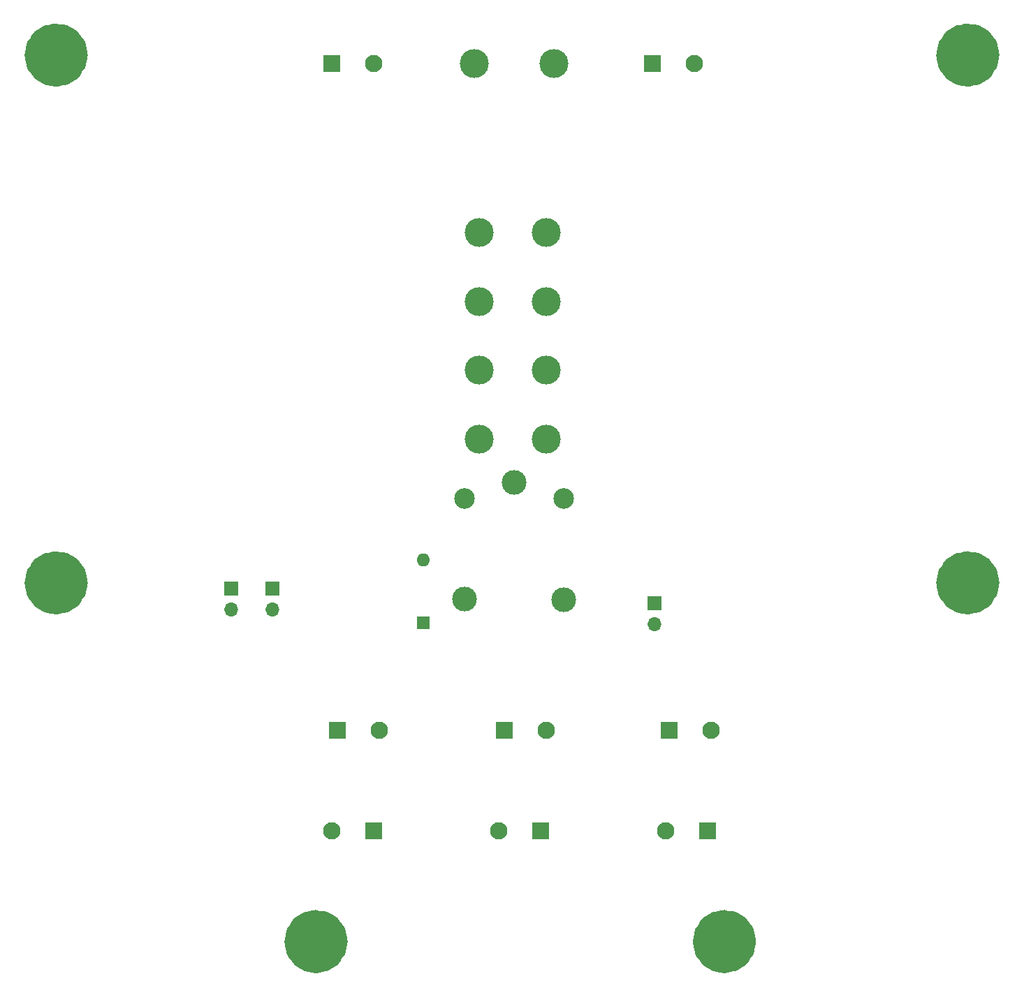
<source format=gbr>
%TF.GenerationSoftware,KiCad,Pcbnew,7.0.9*%
%TF.CreationDate,2023-12-21T19:45:13+01:00*%
%TF.ProjectId,pcb_puissance,7063625f-7075-4697-9373-616e63652e6b,1.1*%
%TF.SameCoordinates,Original*%
%TF.FileFunction,Soldermask,Bot*%
%TF.FilePolarity,Negative*%
%FSLAX46Y46*%
G04 Gerber Fmt 4.6, Leading zero omitted, Abs format (unit mm)*
G04 Created by KiCad (PCBNEW 7.0.9) date 2023-12-21 19:45:13*
%MOMM*%
%LPD*%
G01*
G04 APERTURE LIST*
%ADD10C,3.850000*%
%ADD11O,1.700000X1.700000*%
%ADD12R,1.700000X1.700000*%
%ADD13R,2.100000X2.100000*%
%ADD14C,2.100000*%
%ADD15C,3.000000*%
%ADD16C,2.500000*%
%ADD17C,3.500000*%
%ADD18R,1.600000X1.600000*%
%ADD19O,1.600000X1.600000*%
G04 APERTURE END LIST*
D10*
X140925000Y-32000000D02*
G75*
G03*
X140925000Y-32000000I-1925000J0D01*
G01*
X30425000Y-32000000D02*
G75*
G03*
X30425000Y-32000000I-1925000J0D01*
G01*
X30425000Y-96000000D02*
G75*
G03*
X30425000Y-96000000I-1925000J0D01*
G01*
X140925000Y-96000000D02*
G75*
G03*
X140925000Y-96000000I-1925000J0D01*
G01*
X111425000Y-139500000D02*
G75*
G03*
X111425000Y-139500000I-1925000J0D01*
G01*
X61925000Y-139500000D02*
G75*
G03*
X61925000Y-139500000I-1925000J0D01*
G01*
D11*
%TO.C,J11*%
X49750000Y-99265000D03*
D12*
X49750000Y-96725000D03*
%TD*%
%TO.C,J10*%
X54750000Y-96710000D03*
D11*
X54750000Y-99250000D03*
%TD*%
D12*
%TO.C,J9*%
X101000000Y-98475000D03*
D11*
X101000000Y-101015000D03*
%TD*%
D13*
%TO.C,J3*%
X107435000Y-126085000D03*
D14*
X102355000Y-126085000D03*
%TD*%
D15*
%TO.C,K1*%
X84050000Y-83850000D03*
D16*
X78000000Y-85800000D03*
D15*
X78000000Y-98000000D03*
X90050000Y-98050000D03*
D16*
X90000000Y-85800000D03*
%TD*%
D14*
%TO.C,J1*%
X105895000Y-33000000D03*
D13*
X100815000Y-33000000D03*
%TD*%
%TO.C,J5*%
X62620000Y-113915000D03*
D14*
X67700000Y-113915000D03*
%TD*%
D17*
%TO.C,TRANSFO2*%
X79760000Y-78540000D03*
X79760000Y-70190000D03*
X79760000Y-61890000D03*
X79760000Y-53540000D03*
%TD*%
D14*
%TO.C,J6*%
X61920000Y-126085000D03*
D13*
X67000000Y-126085000D03*
%TD*%
D17*
%TO.C,TRANSFO1*%
X87880000Y-53540000D03*
X87880000Y-61890000D03*
X87880000Y-70190000D03*
X87880000Y-78540000D03*
%TD*%
D13*
%TO.C,J2*%
X61920000Y-33000000D03*
D14*
X67000000Y-33000000D03*
%TD*%
D13*
%TO.C,J4*%
X102815000Y-113915000D03*
D14*
X107895000Y-113915000D03*
%TD*%
D17*
%TO.C,F1*%
X88850000Y-33000000D03*
X79150000Y-33000000D03*
%TD*%
D13*
%TO.C,J7*%
X87185000Y-126085000D03*
D14*
X82105000Y-126085000D03*
%TD*%
D13*
%TO.C,J8*%
X82815000Y-113915000D03*
D14*
X87895000Y-113915000D03*
%TD*%
D18*
%TO.C,D9*%
X73000000Y-100810000D03*
D19*
X73000000Y-93190000D03*
%TD*%
M02*

</source>
